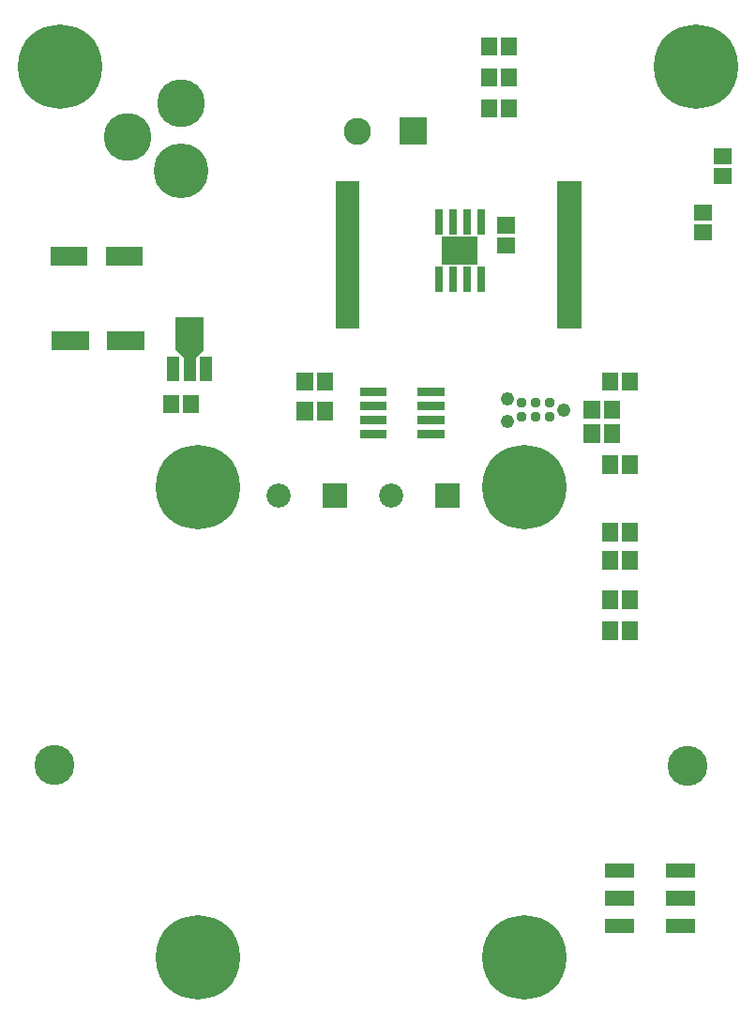
<source format=gbr>
G04 start of page 7 for group -4063 idx -4063 *
G04 Title: (unknown), componentmask *
G04 Creator: pcb 4.0.2 *
G04 CreationDate: Mon Nov 22 04:13:10 2021 UTC *
G04 For: ndholmes *
G04 Format: Gerber/RS-274X *
G04 PCB-Dimensions (mil): 2600.00 3500.00 *
G04 PCB-Coordinate-Origin: lower left *
%MOIN*%
%FSLAX25Y25*%
%LNTOPMASK*%
%ADD68C,0.0370*%
%ADD67C,0.0860*%
%ADD66C,0.0960*%
%ADD65C,0.0001*%
%ADD64C,0.0490*%
%ADD63C,0.2997*%
%ADD62C,0.1700*%
%ADD61C,0.1950*%
%ADD60C,0.1420*%
G54D60*X15000Y85000D03*
G54D61*X60000Y296000D03*
G54D62*Y320000D03*
X41000Y308000D03*
G54D63*X17000Y333000D03*
G54D60*X240000Y84500D03*
G54D64*X196000Y211000D03*
X176000Y207000D03*
Y215000D03*
G54D65*G36*
X137700Y314800D02*Y305200D01*
X147300D01*
Y314800D01*
X137700D01*
G37*
G54D66*X122500Y310000D03*
G54D63*X243000Y333000D03*
X182000Y16500D03*
X66000D03*
Y183500D03*
G54D65*G36*
X110200Y184800D02*Y176200D01*
X118800D01*
Y184800D01*
X110200D01*
G37*
G54D67*X94500Y180500D03*
X134500D03*
G54D63*X182000Y183500D03*
G54D65*G36*
X150200Y184800D02*Y176200D01*
X158800D01*
Y184800D01*
X150200D01*
G37*
G36*
X210500Y30300D02*Y25100D01*
X220850D01*
Y30300D01*
X210500D01*
G37*
G36*
X232150D02*Y25100D01*
X242500D01*
Y30300D01*
X232150D01*
G37*
G36*
X210500Y40100D02*Y34900D01*
X220850D01*
Y40100D01*
X210500D01*
G37*
G36*
X232150D02*Y34900D01*
X242500D01*
Y40100D01*
X232150D01*
G37*
G36*
X210500Y49900D02*Y44700D01*
X220850D01*
Y49900D01*
X210500D01*
G37*
G36*
X232150D02*Y44700D01*
X242500D01*
Y49900D01*
X232150D01*
G37*
G36*
X215316Y146752D02*X209598D01*
Y140248D01*
X215316D01*
Y146752D01*
G37*
G36*
Y135752D02*X209598D01*
Y129248D01*
X215316D01*
Y135752D01*
G37*
G36*
Y160752D02*X209598D01*
Y154248D01*
X215316D01*
Y160752D01*
G37*
G36*
X222402Y146752D02*X216684D01*
Y140248D01*
X222402D01*
Y146752D01*
G37*
G36*
Y135752D02*X216684D01*
Y129248D01*
X222402D01*
Y135752D01*
G37*
G36*
Y160752D02*X216684D01*
Y154248D01*
X222402D01*
Y160752D01*
G37*
G36*
X215316Y170752D02*X209598D01*
Y164248D01*
X215316D01*
Y170752D01*
G37*
G36*
X222402D02*X216684D01*
Y164248D01*
X222402D01*
Y170752D01*
G37*
G36*
X172248Y272316D02*Y266598D01*
X178752D01*
Y272316D01*
X172248D01*
G37*
G36*
X202170Y292300D02*X193570D01*
Y239700D01*
X202170D01*
Y292300D01*
G37*
G36*
X162800Y261800D02*X160200D01*
Y252700D01*
X162800D01*
Y261800D01*
G37*
G36*
X167800D02*X165200D01*
Y252700D01*
X167800D01*
Y261800D01*
G37*
G36*
Y282300D02*X165200D01*
Y273200D01*
X167800D01*
Y282300D01*
G37*
G36*
X172248Y279402D02*Y273684D01*
X178752D01*
Y279402D01*
X172248D01*
G37*
G36*
X242248Y283902D02*Y278184D01*
X248752D01*
Y283902D01*
X242248D01*
G37*
G36*
Y276816D02*Y271098D01*
X248752D01*
Y276816D01*
X242248D01*
G37*
G36*
X249248Y303902D02*Y298184D01*
X255752D01*
Y303902D01*
X249248D01*
G37*
G36*
Y296816D02*Y291098D01*
X255752D01*
Y296816D01*
X249248D01*
G37*
G36*
X123430Y292300D02*X114830D01*
Y239700D01*
X123430D01*
Y292300D01*
G37*
G36*
X152800Y261800D02*X150200D01*
Y252700D01*
X152800D01*
Y261800D01*
G37*
G36*
X157800D02*X155200D01*
Y252700D01*
X157800D01*
Y261800D01*
G37*
G36*
X152800Y282300D02*X150200D01*
Y273200D01*
X152800D01*
Y282300D01*
G37*
G36*
X162800D02*X160200D01*
Y273200D01*
X162800D01*
Y282300D01*
G37*
G36*
X157800D02*X155200D01*
Y273200D01*
X157800D01*
Y282300D01*
G37*
G36*
X152895Y272525D02*Y262475D01*
X165105D01*
Y272525D01*
X152895D01*
G37*
G36*
X152595D02*Y262475D01*
X165405D01*
Y272525D01*
X152595D01*
G37*
G36*
X59284Y229800D02*X54904D01*
Y221326D01*
X59284D01*
Y229800D01*
G37*
G36*
X65190Y237516D02*X60810D01*
Y221326D01*
X65190D01*
Y237516D01*
G37*
G36*
X68025Y243975D02*X57975D01*
Y232035D01*
X68025D01*
Y243975D01*
G37*
G36*
X59695Y234179D02*X57851Y232335D01*
X61115Y229071D01*
X62959Y230915D01*
X59695Y234179D01*
G37*
G36*
X68149Y232335D02*X66305Y234179D01*
X63041Y230915D01*
X64885Y229071D01*
X68149Y232335D01*
G37*
G36*
X71096Y229800D02*X66716D01*
Y221326D01*
X71096D01*
Y229800D01*
G37*
G36*
X13558Y268950D02*Y262050D01*
X26757D01*
Y268950D01*
X13558D01*
G37*
G36*
X33243D02*Y262050D01*
X46442D01*
Y268950D01*
X33243D01*
G37*
G36*
X14058Y238950D02*Y232050D01*
X27257D01*
Y238950D01*
X14058D01*
G37*
G36*
X33743D02*Y232050D01*
X46942D01*
Y238950D01*
X33743D01*
G37*
G36*
X59273Y216252D02*X53555D01*
Y209748D01*
X59273D01*
Y216252D01*
G37*
G36*
X66359D02*X60641D01*
Y209748D01*
X66359D01*
Y216252D01*
G37*
G36*
X113902Y213752D02*X108184D01*
Y207248D01*
X113902D01*
Y213752D01*
G37*
G36*
X123500Y219000D02*Y216000D01*
X133000D01*
Y219000D01*
X123500D01*
G37*
G36*
Y214000D02*Y211000D01*
X133000D01*
Y214000D01*
X123500D01*
G37*
G36*
X106816Y213752D02*X101098D01*
Y207248D01*
X106816D01*
Y213752D01*
G37*
G36*
Y224209D02*X101098D01*
Y217705D01*
X106816D01*
Y224209D01*
G37*
G36*
X113902D02*X108184D01*
Y217705D01*
X113902D01*
Y224209D01*
G37*
G36*
X123500Y209000D02*Y206000D01*
X133000D01*
Y209000D01*
X123500D01*
G37*
G36*
Y204000D02*Y201000D01*
X133000D01*
Y204000D01*
X123500D01*
G37*
G36*
X144000D02*Y201000D01*
X153500D01*
Y204000D01*
X144000D01*
G37*
G36*
Y209000D02*Y206000D01*
X153500D01*
Y209000D01*
X144000D01*
G37*
G36*
Y214000D02*Y211000D01*
X153500D01*
Y214000D01*
X144000D01*
G37*
G36*
Y219000D02*Y216000D01*
X153500D01*
Y219000D01*
X144000D01*
G37*
G36*
X215316Y194752D02*X209598D01*
Y188248D01*
X215316D01*
Y194752D01*
G37*
G36*
X215902Y214252D02*X210184D01*
Y207748D01*
X215902D01*
Y214252D01*
G37*
G36*
X208816D02*X203098D01*
Y207748D01*
X208816D01*
Y214252D01*
G37*
G36*
X215359Y224252D02*X209641D01*
Y217748D01*
X215359D01*
Y224252D01*
G37*
G36*
X215902Y205752D02*X210184D01*
Y199248D01*
X215902D01*
Y205752D01*
G37*
G36*
X208816D02*X203098D01*
Y199248D01*
X208816D01*
Y205752D01*
G37*
G36*
X222402Y194752D02*X216684D01*
Y188248D01*
X222402D01*
Y194752D01*
G37*
G36*
X222445Y224252D02*X216727D01*
Y217748D01*
X222445D01*
Y224252D01*
G37*
G54D68*X191000Y213500D03*
Y208500D03*
X186000Y213500D03*
Y208500D03*
X181000Y213500D03*
Y208500D03*
G54D65*G36*
X172316Y332252D02*X166598D01*
Y325748D01*
X172316D01*
Y332252D01*
G37*
G36*
X179402D02*X173684D01*
Y325748D01*
X179402D01*
Y332252D01*
G37*
G36*
X172359Y343252D02*X166641D01*
Y336748D01*
X172359D01*
Y343252D01*
G37*
G36*
X179445D02*X173727D01*
Y336748D01*
X179445D01*
Y343252D01*
G37*
G36*
X172359Y321252D02*X166641D01*
Y314748D01*
X172359D01*
Y321252D01*
G37*
G36*
X179445D02*X173727D01*
Y314748D01*
X179445D01*
Y321252D01*
G37*
M02*

</source>
